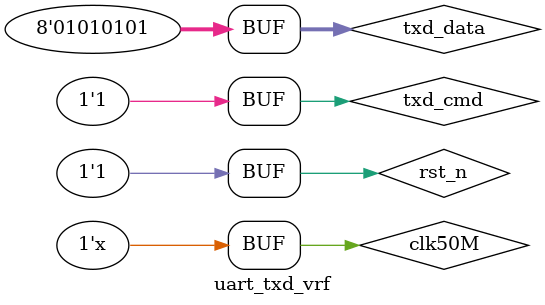
<source format=v>
`timescale 1ns / 1ps


module uart_txd_vrf;

	// Inputs
	reg clk50M;
	reg rst_n;
	
	reg txd_cmd;
	reg [7:0] txd_data;

	// Outputs
	wire txd_flag;
	wire txd_pin;

	// Instantiate the Unit Under Test (UUT)
	uart_txd uut (
		.clk50M(clk50M), 
		.rst_n(rst_n), 
		.txd_cmd(txd_cmd), 
		.txd_data(txd_data), 
		.txd_flag(txd_flag), 
		.txd_pin(txd_pin)
	);

	initial begin
		// Initialize Inputs
		clk50M = 0;
		rst_n = 0;
		txd_cmd = 0;
		txd_data = 0;

		// Wait 100 ns for global reset to finish
		#100;
      rst_n = 1;
		txd_data	= 8'h55;
		// Add stimulus here
		#1000;
		txd_cmd = 1;
	end
	
	always #10 clk50M = ~clk50M;
      
endmodule


</source>
